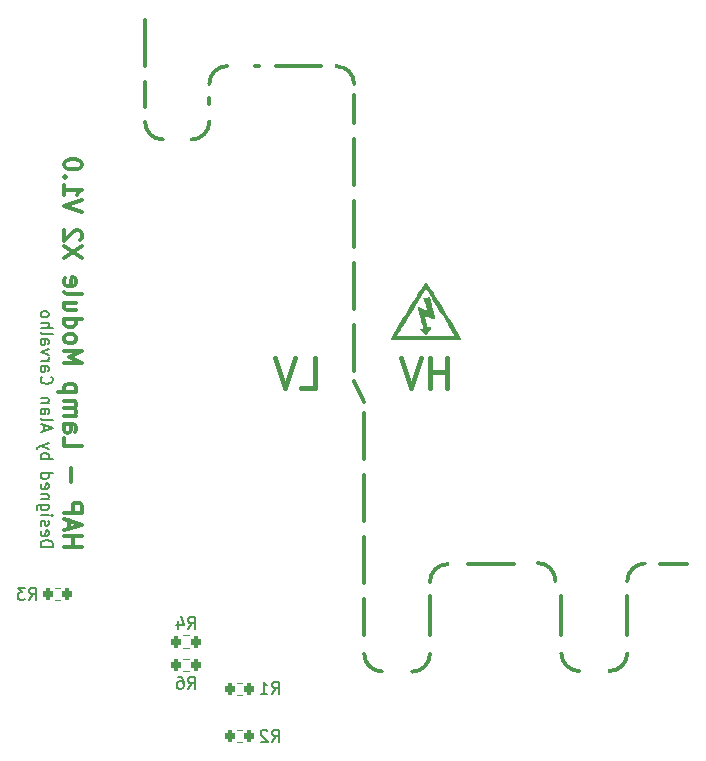
<source format=gbo>
G04 #@! TF.GenerationSoftware,KiCad,Pcbnew,7.0.8*
G04 #@! TF.CreationDate,2024-05-09T20:38:46-03:00*
G04 #@! TF.ProjectId,lamp_module_x2,6c616d70-5f6d-46f6-9475-6c655f78322e,1.1*
G04 #@! TF.SameCoordinates,Original*
G04 #@! TF.FileFunction,Legend,Bot*
G04 #@! TF.FilePolarity,Positive*
%FSLAX46Y46*%
G04 Gerber Fmt 4.6, Leading zero omitted, Abs format (unit mm)*
G04 Created by KiCad (PCBNEW 7.0.8) date 2024-05-09 20:38:46*
%MOMM*%
%LPD*%
G01*
G04 APERTURE LIST*
G04 Aperture macros list*
%AMRoundRect*
0 Rectangle with rounded corners*
0 $1 Rounding radius*
0 $2 $3 $4 $5 $6 $7 $8 $9 X,Y pos of 4 corners*
0 Add a 4 corners polygon primitive as box body*
4,1,4,$2,$3,$4,$5,$6,$7,$8,$9,$2,$3,0*
0 Add four circle primitives for the rounded corners*
1,1,$1+$1,$2,$3*
1,1,$1+$1,$4,$5*
1,1,$1+$1,$6,$7*
1,1,$1+$1,$8,$9*
0 Add four rect primitives between the rounded corners*
20,1,$1+$1,$2,$3,$4,$5,0*
20,1,$1+$1,$4,$5,$6,$7,0*
20,1,$1+$1,$6,$7,$8,$9,0*
20,1,$1+$1,$8,$9,$2,$3,0*%
G04 Aperture macros list end*
%ADD10C,0.200000*%
%ADD11C,0.300000*%
%ADD12C,0.350000*%
%ADD13C,0.400000*%
%ADD14C,0.150000*%
%ADD15C,0.120000*%
%ADD16RoundRect,0.200000X-0.200000X-0.275000X0.200000X-0.275000X0.200000X0.275000X-0.200000X0.275000X0*%
%ADD17C,3.000000*%
%ADD18C,2.600000*%
%ADD19R,2.600000X2.600000*%
%ADD20C,2.500000*%
%ADD21O,1.700000X1.700000*%
%ADD22R,1.700000X1.700000*%
%ADD23C,2.400000*%
%ADD24R,2.300000X2.000000*%
%ADD25C,2.300000*%
%ADD26R,1.500000X1.500000*%
%ADD27C,1.500000*%
%ADD28RoundRect,0.200000X0.200000X0.275000X-0.200000X0.275000X-0.200000X-0.275000X0.200000X-0.275000X0*%
G04 APERTURE END LIST*
D10*
X121798780Y-95642326D02*
X122798780Y-95642326D01*
X122798780Y-95642326D02*
X122798780Y-95404231D01*
X122798780Y-95404231D02*
X122751161Y-95261374D01*
X122751161Y-95261374D02*
X122655923Y-95166136D01*
X122655923Y-95166136D02*
X122560685Y-95118517D01*
X122560685Y-95118517D02*
X122370209Y-95070898D01*
X122370209Y-95070898D02*
X122227352Y-95070898D01*
X122227352Y-95070898D02*
X122036876Y-95118517D01*
X122036876Y-95118517D02*
X121941638Y-95166136D01*
X121941638Y-95166136D02*
X121846400Y-95261374D01*
X121846400Y-95261374D02*
X121798780Y-95404231D01*
X121798780Y-95404231D02*
X121798780Y-95642326D01*
X121846400Y-94261374D02*
X121798780Y-94356612D01*
X121798780Y-94356612D02*
X121798780Y-94547088D01*
X121798780Y-94547088D02*
X121846400Y-94642326D01*
X121846400Y-94642326D02*
X121941638Y-94689945D01*
X121941638Y-94689945D02*
X122322590Y-94689945D01*
X122322590Y-94689945D02*
X122417828Y-94642326D01*
X122417828Y-94642326D02*
X122465447Y-94547088D01*
X122465447Y-94547088D02*
X122465447Y-94356612D01*
X122465447Y-94356612D02*
X122417828Y-94261374D01*
X122417828Y-94261374D02*
X122322590Y-94213755D01*
X122322590Y-94213755D02*
X122227352Y-94213755D01*
X122227352Y-94213755D02*
X122132114Y-94689945D01*
X121846400Y-93832802D02*
X121798780Y-93737564D01*
X121798780Y-93737564D02*
X121798780Y-93547088D01*
X121798780Y-93547088D02*
X121846400Y-93451850D01*
X121846400Y-93451850D02*
X121941638Y-93404231D01*
X121941638Y-93404231D02*
X121989257Y-93404231D01*
X121989257Y-93404231D02*
X122084495Y-93451850D01*
X122084495Y-93451850D02*
X122132114Y-93547088D01*
X122132114Y-93547088D02*
X122132114Y-93689945D01*
X122132114Y-93689945D02*
X122179733Y-93785183D01*
X122179733Y-93785183D02*
X122274971Y-93832802D01*
X122274971Y-93832802D02*
X122322590Y-93832802D01*
X122322590Y-93832802D02*
X122417828Y-93785183D01*
X122417828Y-93785183D02*
X122465447Y-93689945D01*
X122465447Y-93689945D02*
X122465447Y-93547088D01*
X122465447Y-93547088D02*
X122417828Y-93451850D01*
X121798780Y-92975659D02*
X122465447Y-92975659D01*
X122798780Y-92975659D02*
X122751161Y-93023278D01*
X122751161Y-93023278D02*
X122703542Y-92975659D01*
X122703542Y-92975659D02*
X122751161Y-92928040D01*
X122751161Y-92928040D02*
X122798780Y-92975659D01*
X122798780Y-92975659D02*
X122703542Y-92975659D01*
X122465447Y-92070898D02*
X121655923Y-92070898D01*
X121655923Y-92070898D02*
X121560685Y-92118517D01*
X121560685Y-92118517D02*
X121513066Y-92166136D01*
X121513066Y-92166136D02*
X121465447Y-92261374D01*
X121465447Y-92261374D02*
X121465447Y-92404231D01*
X121465447Y-92404231D02*
X121513066Y-92499469D01*
X121846400Y-92070898D02*
X121798780Y-92166136D01*
X121798780Y-92166136D02*
X121798780Y-92356612D01*
X121798780Y-92356612D02*
X121846400Y-92451850D01*
X121846400Y-92451850D02*
X121894019Y-92499469D01*
X121894019Y-92499469D02*
X121989257Y-92547088D01*
X121989257Y-92547088D02*
X122274971Y-92547088D01*
X122274971Y-92547088D02*
X122370209Y-92499469D01*
X122370209Y-92499469D02*
X122417828Y-92451850D01*
X122417828Y-92451850D02*
X122465447Y-92356612D01*
X122465447Y-92356612D02*
X122465447Y-92166136D01*
X122465447Y-92166136D02*
X122417828Y-92070898D01*
X122465447Y-91594707D02*
X121798780Y-91594707D01*
X122370209Y-91594707D02*
X122417828Y-91547088D01*
X122417828Y-91547088D02*
X122465447Y-91451850D01*
X122465447Y-91451850D02*
X122465447Y-91308993D01*
X122465447Y-91308993D02*
X122417828Y-91213755D01*
X122417828Y-91213755D02*
X122322590Y-91166136D01*
X122322590Y-91166136D02*
X121798780Y-91166136D01*
X121846400Y-90308993D02*
X121798780Y-90404231D01*
X121798780Y-90404231D02*
X121798780Y-90594707D01*
X121798780Y-90594707D02*
X121846400Y-90689945D01*
X121846400Y-90689945D02*
X121941638Y-90737564D01*
X121941638Y-90737564D02*
X122322590Y-90737564D01*
X122322590Y-90737564D02*
X122417828Y-90689945D01*
X122417828Y-90689945D02*
X122465447Y-90594707D01*
X122465447Y-90594707D02*
X122465447Y-90404231D01*
X122465447Y-90404231D02*
X122417828Y-90308993D01*
X122417828Y-90308993D02*
X122322590Y-90261374D01*
X122322590Y-90261374D02*
X122227352Y-90261374D01*
X122227352Y-90261374D02*
X122132114Y-90737564D01*
X121798780Y-89404231D02*
X122798780Y-89404231D01*
X121846400Y-89404231D02*
X121798780Y-89499469D01*
X121798780Y-89499469D02*
X121798780Y-89689945D01*
X121798780Y-89689945D02*
X121846400Y-89785183D01*
X121846400Y-89785183D02*
X121894019Y-89832802D01*
X121894019Y-89832802D02*
X121989257Y-89880421D01*
X121989257Y-89880421D02*
X122274971Y-89880421D01*
X122274971Y-89880421D02*
X122370209Y-89832802D01*
X122370209Y-89832802D02*
X122417828Y-89785183D01*
X122417828Y-89785183D02*
X122465447Y-89689945D01*
X122465447Y-89689945D02*
X122465447Y-89499469D01*
X122465447Y-89499469D02*
X122417828Y-89404231D01*
X121798780Y-88166135D02*
X122798780Y-88166135D01*
X122417828Y-88166135D02*
X122465447Y-88070897D01*
X122465447Y-88070897D02*
X122465447Y-87880421D01*
X122465447Y-87880421D02*
X122417828Y-87785183D01*
X122417828Y-87785183D02*
X122370209Y-87737564D01*
X122370209Y-87737564D02*
X122274971Y-87689945D01*
X122274971Y-87689945D02*
X121989257Y-87689945D01*
X121989257Y-87689945D02*
X121894019Y-87737564D01*
X121894019Y-87737564D02*
X121846400Y-87785183D01*
X121846400Y-87785183D02*
X121798780Y-87880421D01*
X121798780Y-87880421D02*
X121798780Y-88070897D01*
X121798780Y-88070897D02*
X121846400Y-88166135D01*
X122465447Y-87356611D02*
X121798780Y-87118516D01*
X122465447Y-86880421D02*
X121798780Y-87118516D01*
X121798780Y-87118516D02*
X121560685Y-87213754D01*
X121560685Y-87213754D02*
X121513066Y-87261373D01*
X121513066Y-87261373D02*
X121465447Y-87356611D01*
X122084495Y-85785182D02*
X122084495Y-85308992D01*
X121798780Y-85880420D02*
X122798780Y-85547087D01*
X122798780Y-85547087D02*
X121798780Y-85213754D01*
X121798780Y-84737563D02*
X121846400Y-84832801D01*
X121846400Y-84832801D02*
X121941638Y-84880420D01*
X121941638Y-84880420D02*
X122798780Y-84880420D01*
X121798780Y-83928039D02*
X122322590Y-83928039D01*
X122322590Y-83928039D02*
X122417828Y-83975658D01*
X122417828Y-83975658D02*
X122465447Y-84070896D01*
X122465447Y-84070896D02*
X122465447Y-84261372D01*
X122465447Y-84261372D02*
X122417828Y-84356610D01*
X121846400Y-83928039D02*
X121798780Y-84023277D01*
X121798780Y-84023277D02*
X121798780Y-84261372D01*
X121798780Y-84261372D02*
X121846400Y-84356610D01*
X121846400Y-84356610D02*
X121941638Y-84404229D01*
X121941638Y-84404229D02*
X122036876Y-84404229D01*
X122036876Y-84404229D02*
X122132114Y-84356610D01*
X122132114Y-84356610D02*
X122179733Y-84261372D01*
X122179733Y-84261372D02*
X122179733Y-84023277D01*
X122179733Y-84023277D02*
X122227352Y-83928039D01*
X122465447Y-83451848D02*
X121798780Y-83451848D01*
X122370209Y-83451848D02*
X122417828Y-83404229D01*
X122417828Y-83404229D02*
X122465447Y-83308991D01*
X122465447Y-83308991D02*
X122465447Y-83166134D01*
X122465447Y-83166134D02*
X122417828Y-83070896D01*
X122417828Y-83070896D02*
X122322590Y-83023277D01*
X122322590Y-83023277D02*
X121798780Y-83023277D01*
X121894019Y-81213753D02*
X121846400Y-81261372D01*
X121846400Y-81261372D02*
X121798780Y-81404229D01*
X121798780Y-81404229D02*
X121798780Y-81499467D01*
X121798780Y-81499467D02*
X121846400Y-81642324D01*
X121846400Y-81642324D02*
X121941638Y-81737562D01*
X121941638Y-81737562D02*
X122036876Y-81785181D01*
X122036876Y-81785181D02*
X122227352Y-81832800D01*
X122227352Y-81832800D02*
X122370209Y-81832800D01*
X122370209Y-81832800D02*
X122560685Y-81785181D01*
X122560685Y-81785181D02*
X122655923Y-81737562D01*
X122655923Y-81737562D02*
X122751161Y-81642324D01*
X122751161Y-81642324D02*
X122798780Y-81499467D01*
X122798780Y-81499467D02*
X122798780Y-81404229D01*
X122798780Y-81404229D02*
X122751161Y-81261372D01*
X122751161Y-81261372D02*
X122703542Y-81213753D01*
X121798780Y-80356610D02*
X122322590Y-80356610D01*
X122322590Y-80356610D02*
X122417828Y-80404229D01*
X122417828Y-80404229D02*
X122465447Y-80499467D01*
X122465447Y-80499467D02*
X122465447Y-80689943D01*
X122465447Y-80689943D02*
X122417828Y-80785181D01*
X121846400Y-80356610D02*
X121798780Y-80451848D01*
X121798780Y-80451848D02*
X121798780Y-80689943D01*
X121798780Y-80689943D02*
X121846400Y-80785181D01*
X121846400Y-80785181D02*
X121941638Y-80832800D01*
X121941638Y-80832800D02*
X122036876Y-80832800D01*
X122036876Y-80832800D02*
X122132114Y-80785181D01*
X122132114Y-80785181D02*
X122179733Y-80689943D01*
X122179733Y-80689943D02*
X122179733Y-80451848D01*
X122179733Y-80451848D02*
X122227352Y-80356610D01*
X121798780Y-79880419D02*
X122465447Y-79880419D01*
X122274971Y-79880419D02*
X122370209Y-79832800D01*
X122370209Y-79832800D02*
X122417828Y-79785181D01*
X122417828Y-79785181D02*
X122465447Y-79689943D01*
X122465447Y-79689943D02*
X122465447Y-79594705D01*
X122465447Y-79356609D02*
X121798780Y-79118514D01*
X121798780Y-79118514D02*
X122465447Y-78880419D01*
X121798780Y-78070895D02*
X122322590Y-78070895D01*
X122322590Y-78070895D02*
X122417828Y-78118514D01*
X122417828Y-78118514D02*
X122465447Y-78213752D01*
X122465447Y-78213752D02*
X122465447Y-78404228D01*
X122465447Y-78404228D02*
X122417828Y-78499466D01*
X121846400Y-78070895D02*
X121798780Y-78166133D01*
X121798780Y-78166133D02*
X121798780Y-78404228D01*
X121798780Y-78404228D02*
X121846400Y-78499466D01*
X121846400Y-78499466D02*
X121941638Y-78547085D01*
X121941638Y-78547085D02*
X122036876Y-78547085D01*
X122036876Y-78547085D02*
X122132114Y-78499466D01*
X122132114Y-78499466D02*
X122179733Y-78404228D01*
X122179733Y-78404228D02*
X122179733Y-78166133D01*
X122179733Y-78166133D02*
X122227352Y-78070895D01*
X121798780Y-77451847D02*
X121846400Y-77547085D01*
X121846400Y-77547085D02*
X121941638Y-77594704D01*
X121941638Y-77594704D02*
X122798780Y-77594704D01*
X121798780Y-77070894D02*
X122798780Y-77070894D01*
X121798780Y-76642323D02*
X122322590Y-76642323D01*
X122322590Y-76642323D02*
X122417828Y-76689942D01*
X122417828Y-76689942D02*
X122465447Y-76785180D01*
X122465447Y-76785180D02*
X122465447Y-76928037D01*
X122465447Y-76928037D02*
X122417828Y-77023275D01*
X122417828Y-77023275D02*
X122370209Y-77070894D01*
X121798780Y-76023275D02*
X121846400Y-76118513D01*
X121846400Y-76118513D02*
X121894019Y-76166132D01*
X121894019Y-76166132D02*
X121989257Y-76213751D01*
X121989257Y-76213751D02*
X122274971Y-76213751D01*
X122274971Y-76213751D02*
X122370209Y-76166132D01*
X122370209Y-76166132D02*
X122417828Y-76118513D01*
X122417828Y-76118513D02*
X122465447Y-76023275D01*
X122465447Y-76023275D02*
X122465447Y-75880418D01*
X122465447Y-75880418D02*
X122417828Y-75785180D01*
X122417828Y-75785180D02*
X122370209Y-75737561D01*
X122370209Y-75737561D02*
X122274971Y-75689942D01*
X122274971Y-75689942D02*
X121989257Y-75689942D01*
X121989257Y-75689942D02*
X121894019Y-75737561D01*
X121894019Y-75737561D02*
X121846400Y-75785180D01*
X121846400Y-75785180D02*
X121798780Y-75880418D01*
X121798780Y-75880418D02*
X121798780Y-76023275D01*
D11*
X123781671Y-95605142D02*
X125281671Y-95605142D01*
X124567385Y-95605142D02*
X124567385Y-94747999D01*
X123781671Y-94747999D02*
X125281671Y-94747999D01*
X124210242Y-94105141D02*
X124210242Y-93390856D01*
X123781671Y-94247998D02*
X125281671Y-93747998D01*
X125281671Y-93747998D02*
X123781671Y-93247998D01*
X123781671Y-92747999D02*
X125281671Y-92747999D01*
X125281671Y-92747999D02*
X125281671Y-92176570D01*
X125281671Y-92176570D02*
X125210242Y-92033713D01*
X125210242Y-92033713D02*
X125138814Y-91962284D01*
X125138814Y-91962284D02*
X124995957Y-91890856D01*
X124995957Y-91890856D02*
X124781671Y-91890856D01*
X124781671Y-91890856D02*
X124638814Y-91962284D01*
X124638814Y-91962284D02*
X124567385Y-92033713D01*
X124567385Y-92033713D02*
X124495957Y-92176570D01*
X124495957Y-92176570D02*
X124495957Y-92747999D01*
X124353100Y-90105142D02*
X124353100Y-88962285D01*
X123781671Y-86390856D02*
X123781671Y-87105142D01*
X123781671Y-87105142D02*
X125281671Y-87105142D01*
X123781671Y-85247999D02*
X124567385Y-85247999D01*
X124567385Y-85247999D02*
X124710242Y-85319427D01*
X124710242Y-85319427D02*
X124781671Y-85462284D01*
X124781671Y-85462284D02*
X124781671Y-85747999D01*
X124781671Y-85747999D02*
X124710242Y-85890856D01*
X123853100Y-85247999D02*
X123781671Y-85390856D01*
X123781671Y-85390856D02*
X123781671Y-85747999D01*
X123781671Y-85747999D02*
X123853100Y-85890856D01*
X123853100Y-85890856D02*
X123995957Y-85962284D01*
X123995957Y-85962284D02*
X124138814Y-85962284D01*
X124138814Y-85962284D02*
X124281671Y-85890856D01*
X124281671Y-85890856D02*
X124353100Y-85747999D01*
X124353100Y-85747999D02*
X124353100Y-85390856D01*
X124353100Y-85390856D02*
X124424528Y-85247999D01*
X123781671Y-84533713D02*
X124781671Y-84533713D01*
X124638814Y-84533713D02*
X124710242Y-84462284D01*
X124710242Y-84462284D02*
X124781671Y-84319427D01*
X124781671Y-84319427D02*
X124781671Y-84105141D01*
X124781671Y-84105141D02*
X124710242Y-83962284D01*
X124710242Y-83962284D02*
X124567385Y-83890856D01*
X124567385Y-83890856D02*
X123781671Y-83890856D01*
X124567385Y-83890856D02*
X124710242Y-83819427D01*
X124710242Y-83819427D02*
X124781671Y-83676570D01*
X124781671Y-83676570D02*
X124781671Y-83462284D01*
X124781671Y-83462284D02*
X124710242Y-83319427D01*
X124710242Y-83319427D02*
X124567385Y-83247998D01*
X124567385Y-83247998D02*
X123781671Y-83247998D01*
X124781671Y-82533713D02*
X123281671Y-82533713D01*
X124710242Y-82533713D02*
X124781671Y-82390856D01*
X124781671Y-82390856D02*
X124781671Y-82105141D01*
X124781671Y-82105141D02*
X124710242Y-81962284D01*
X124710242Y-81962284D02*
X124638814Y-81890856D01*
X124638814Y-81890856D02*
X124495957Y-81819427D01*
X124495957Y-81819427D02*
X124067385Y-81819427D01*
X124067385Y-81819427D02*
X123924528Y-81890856D01*
X123924528Y-81890856D02*
X123853100Y-81962284D01*
X123853100Y-81962284D02*
X123781671Y-82105141D01*
X123781671Y-82105141D02*
X123781671Y-82390856D01*
X123781671Y-82390856D02*
X123853100Y-82533713D01*
X123781671Y-80033713D02*
X125281671Y-80033713D01*
X125281671Y-80033713D02*
X124210242Y-79533713D01*
X124210242Y-79533713D02*
X125281671Y-79033713D01*
X125281671Y-79033713D02*
X123781671Y-79033713D01*
X123781671Y-78105141D02*
X123853100Y-78247998D01*
X123853100Y-78247998D02*
X123924528Y-78319427D01*
X123924528Y-78319427D02*
X124067385Y-78390855D01*
X124067385Y-78390855D02*
X124495957Y-78390855D01*
X124495957Y-78390855D02*
X124638814Y-78319427D01*
X124638814Y-78319427D02*
X124710242Y-78247998D01*
X124710242Y-78247998D02*
X124781671Y-78105141D01*
X124781671Y-78105141D02*
X124781671Y-77890855D01*
X124781671Y-77890855D02*
X124710242Y-77747998D01*
X124710242Y-77747998D02*
X124638814Y-77676570D01*
X124638814Y-77676570D02*
X124495957Y-77605141D01*
X124495957Y-77605141D02*
X124067385Y-77605141D01*
X124067385Y-77605141D02*
X123924528Y-77676570D01*
X123924528Y-77676570D02*
X123853100Y-77747998D01*
X123853100Y-77747998D02*
X123781671Y-77890855D01*
X123781671Y-77890855D02*
X123781671Y-78105141D01*
X123781671Y-76319427D02*
X125281671Y-76319427D01*
X123853100Y-76319427D02*
X123781671Y-76462284D01*
X123781671Y-76462284D02*
X123781671Y-76747998D01*
X123781671Y-76747998D02*
X123853100Y-76890855D01*
X123853100Y-76890855D02*
X123924528Y-76962284D01*
X123924528Y-76962284D02*
X124067385Y-77033712D01*
X124067385Y-77033712D02*
X124495957Y-77033712D01*
X124495957Y-77033712D02*
X124638814Y-76962284D01*
X124638814Y-76962284D02*
X124710242Y-76890855D01*
X124710242Y-76890855D02*
X124781671Y-76747998D01*
X124781671Y-76747998D02*
X124781671Y-76462284D01*
X124781671Y-76462284D02*
X124710242Y-76319427D01*
X124781671Y-74962284D02*
X123781671Y-74962284D01*
X124781671Y-75605141D02*
X123995957Y-75605141D01*
X123995957Y-75605141D02*
X123853100Y-75533712D01*
X123853100Y-75533712D02*
X123781671Y-75390855D01*
X123781671Y-75390855D02*
X123781671Y-75176569D01*
X123781671Y-75176569D02*
X123853100Y-75033712D01*
X123853100Y-75033712D02*
X123924528Y-74962284D01*
X123781671Y-74033712D02*
X123853100Y-74176569D01*
X123853100Y-74176569D02*
X123995957Y-74247998D01*
X123995957Y-74247998D02*
X125281671Y-74247998D01*
X123853100Y-72890855D02*
X123781671Y-73033712D01*
X123781671Y-73033712D02*
X123781671Y-73319427D01*
X123781671Y-73319427D02*
X123853100Y-73462284D01*
X123853100Y-73462284D02*
X123995957Y-73533712D01*
X123995957Y-73533712D02*
X124567385Y-73533712D01*
X124567385Y-73533712D02*
X124710242Y-73462284D01*
X124710242Y-73462284D02*
X124781671Y-73319427D01*
X124781671Y-73319427D02*
X124781671Y-73033712D01*
X124781671Y-73033712D02*
X124710242Y-72890855D01*
X124710242Y-72890855D02*
X124567385Y-72819427D01*
X124567385Y-72819427D02*
X124424528Y-72819427D01*
X124424528Y-72819427D02*
X124281671Y-73533712D01*
X125281671Y-71176570D02*
X123781671Y-70176570D01*
X125281671Y-70176570D02*
X123781671Y-71176570D01*
X125138814Y-69676570D02*
X125210242Y-69605142D01*
X125210242Y-69605142D02*
X125281671Y-69462285D01*
X125281671Y-69462285D02*
X125281671Y-69105142D01*
X125281671Y-69105142D02*
X125210242Y-68962285D01*
X125210242Y-68962285D02*
X125138814Y-68890856D01*
X125138814Y-68890856D02*
X124995957Y-68819427D01*
X124995957Y-68819427D02*
X124853100Y-68819427D01*
X124853100Y-68819427D02*
X124638814Y-68890856D01*
X124638814Y-68890856D02*
X123781671Y-69747999D01*
X123781671Y-69747999D02*
X123781671Y-68819427D01*
X125281671Y-67247999D02*
X123781671Y-66747999D01*
X123781671Y-66747999D02*
X125281671Y-66247999D01*
X123781671Y-64962285D02*
X123781671Y-65819428D01*
X123781671Y-65390857D02*
X125281671Y-65390857D01*
X125281671Y-65390857D02*
X125067385Y-65533714D01*
X125067385Y-65533714D02*
X124924528Y-65676571D01*
X124924528Y-65676571D02*
X124853100Y-65819428D01*
X123924528Y-64319429D02*
X123853100Y-64248000D01*
X123853100Y-64248000D02*
X123781671Y-64319429D01*
X123781671Y-64319429D02*
X123853100Y-64390857D01*
X123853100Y-64390857D02*
X123924528Y-64319429D01*
X123924528Y-64319429D02*
X123781671Y-64319429D01*
X125281671Y-63319428D02*
X125281671Y-63176571D01*
X125281671Y-63176571D02*
X125210242Y-63033714D01*
X125210242Y-63033714D02*
X125138814Y-62962286D01*
X125138814Y-62962286D02*
X124995957Y-62890857D01*
X124995957Y-62890857D02*
X124710242Y-62819428D01*
X124710242Y-62819428D02*
X124353100Y-62819428D01*
X124353100Y-62819428D02*
X124067385Y-62890857D01*
X124067385Y-62890857D02*
X123924528Y-62962286D01*
X123924528Y-62962286D02*
X123853100Y-63033714D01*
X123853100Y-63033714D02*
X123781671Y-63176571D01*
X123781671Y-63176571D02*
X123781671Y-63319428D01*
X123781671Y-63319428D02*
X123853100Y-63462286D01*
X123853100Y-63462286D02*
X123924528Y-63533714D01*
X123924528Y-63533714D02*
X124067385Y-63605143D01*
X124067385Y-63605143D02*
X124353100Y-63676571D01*
X124353100Y-63676571D02*
X124710242Y-63676571D01*
X124710242Y-63676571D02*
X124995957Y-63605143D01*
X124995957Y-63605143D02*
X125138814Y-63533714D01*
X125138814Y-63533714D02*
X125210242Y-63462286D01*
X125210242Y-63462286D02*
X125281671Y-63319428D01*
D12*
X149148800Y-83388200D02*
X148336000Y-81610200D01*
X157988000Y-97096661D02*
X161838000Y-97096661D01*
X153254647Y-106192715D02*
G75*
G03*
X154754647Y-104692715I-1J1500001D01*
G01*
X149190647Y-104692715D02*
G75*
G03*
X150690647Y-106192715I1500001J1D01*
G01*
X149190647Y-84328000D02*
X149190647Y-88178000D01*
X149190647Y-89578000D02*
X149190647Y-93428000D01*
X149190647Y-94828000D02*
X149190647Y-98678000D01*
X149190647Y-100078000D02*
X149190647Y-103124015D01*
X156254647Y-97096661D02*
G75*
G03*
X154754647Y-98596661I21J-1500021D01*
G01*
X154754647Y-99822015D02*
X154754647Y-103124015D01*
X136075340Y-57658000D02*
X136075340Y-58166000D01*
X130624660Y-51054000D02*
X130624660Y-54904000D01*
X130624660Y-56304000D02*
X130624660Y-58420000D01*
X130624660Y-59645340D02*
G75*
G03*
X132124660Y-61145340I1500001J1D01*
G01*
X134575340Y-61145340D02*
G75*
G03*
X136075340Y-59645340I0J1500000D01*
G01*
X137575340Y-54932660D02*
G75*
G03*
X136075340Y-56432660I-1J-1499999D01*
G01*
X145542000Y-54932660D02*
X141692000Y-54932660D01*
X140292000Y-54932660D02*
X139954000Y-54932660D01*
X148336000Y-56432660D02*
G75*
G03*
X146836000Y-54932660I-1500000J0D01*
G01*
X171450000Y-99777300D02*
X171450000Y-103079300D01*
X165378000Y-98507300D02*
G75*
G03*
X163878000Y-97007300I-1500000J0D01*
G01*
X165886000Y-99777300D02*
X165886000Y-103079300D01*
X165886000Y-104648000D02*
G75*
G03*
X167386000Y-106148000I1500000J0D01*
G01*
X169950000Y-106148000D02*
G75*
G03*
X171450000Y-104648000I0J1500000D01*
G01*
X148336000Y-80727300D02*
X148336000Y-76877300D01*
X148336000Y-75477300D02*
X148336000Y-71627300D01*
X148336000Y-70227300D02*
X148336000Y-66377300D01*
X148336000Y-64977300D02*
X148336000Y-61127300D01*
X148336000Y-59727300D02*
X148336000Y-57404000D01*
X172950000Y-97051900D02*
G75*
G03*
X171450000Y-98551946I100J-1500100D01*
G01*
X174244000Y-97051946D02*
X176554000Y-97051946D01*
D13*
X143807618Y-82161747D02*
X144998094Y-82161747D01*
X144998094Y-82161747D02*
X144998094Y-79661747D01*
X143331427Y-79661747D02*
X142498094Y-82161747D01*
X142498094Y-82161747D02*
X141664761Y-79661747D01*
X156217713Y-82161747D02*
X156217713Y-79661747D01*
X156217713Y-80852223D02*
X154789142Y-80852223D01*
X154789142Y-82161747D02*
X154789142Y-79661747D01*
X153955808Y-79661747D02*
X153122475Y-82161747D01*
X153122475Y-82161747D02*
X152289142Y-79661747D01*
D14*
X134278666Y-107642819D02*
X134611999Y-107166628D01*
X134850094Y-107642819D02*
X134850094Y-106642819D01*
X134850094Y-106642819D02*
X134469142Y-106642819D01*
X134469142Y-106642819D02*
X134373904Y-106690438D01*
X134373904Y-106690438D02*
X134326285Y-106738057D01*
X134326285Y-106738057D02*
X134278666Y-106833295D01*
X134278666Y-106833295D02*
X134278666Y-106976152D01*
X134278666Y-106976152D02*
X134326285Y-107071390D01*
X134326285Y-107071390D02*
X134373904Y-107119009D01*
X134373904Y-107119009D02*
X134469142Y-107166628D01*
X134469142Y-107166628D02*
X134850094Y-107166628D01*
X133421523Y-106642819D02*
X133611999Y-106642819D01*
X133611999Y-106642819D02*
X133707237Y-106690438D01*
X133707237Y-106690438D02*
X133754856Y-106738057D01*
X133754856Y-106738057D02*
X133850094Y-106880914D01*
X133850094Y-106880914D02*
X133897713Y-107071390D01*
X133897713Y-107071390D02*
X133897713Y-107452342D01*
X133897713Y-107452342D02*
X133850094Y-107547580D01*
X133850094Y-107547580D02*
X133802475Y-107595200D01*
X133802475Y-107595200D02*
X133707237Y-107642819D01*
X133707237Y-107642819D02*
X133516761Y-107642819D01*
X133516761Y-107642819D02*
X133421523Y-107595200D01*
X133421523Y-107595200D02*
X133373904Y-107547580D01*
X133373904Y-107547580D02*
X133326285Y-107452342D01*
X133326285Y-107452342D02*
X133326285Y-107214247D01*
X133326285Y-107214247D02*
X133373904Y-107119009D01*
X133373904Y-107119009D02*
X133421523Y-107071390D01*
X133421523Y-107071390D02*
X133516761Y-107023771D01*
X133516761Y-107023771D02*
X133707237Y-107023771D01*
X133707237Y-107023771D02*
X133802475Y-107071390D01*
X133802475Y-107071390D02*
X133850094Y-107119009D01*
X133850094Y-107119009D02*
X133897713Y-107214247D01*
X134278666Y-102562819D02*
X134611999Y-102086628D01*
X134850094Y-102562819D02*
X134850094Y-101562819D01*
X134850094Y-101562819D02*
X134469142Y-101562819D01*
X134469142Y-101562819D02*
X134373904Y-101610438D01*
X134373904Y-101610438D02*
X134326285Y-101658057D01*
X134326285Y-101658057D02*
X134278666Y-101753295D01*
X134278666Y-101753295D02*
X134278666Y-101896152D01*
X134278666Y-101896152D02*
X134326285Y-101991390D01*
X134326285Y-101991390D02*
X134373904Y-102039009D01*
X134373904Y-102039009D02*
X134469142Y-102086628D01*
X134469142Y-102086628D02*
X134850094Y-102086628D01*
X133421523Y-101896152D02*
X133421523Y-102562819D01*
X133659618Y-101515200D02*
X133897713Y-102229485D01*
X133897713Y-102229485D02*
X133278666Y-102229485D01*
X141375666Y-112128163D02*
X141708999Y-111651972D01*
X141947094Y-112128163D02*
X141947094Y-111128163D01*
X141947094Y-111128163D02*
X141566142Y-111128163D01*
X141566142Y-111128163D02*
X141470904Y-111175782D01*
X141470904Y-111175782D02*
X141423285Y-111223401D01*
X141423285Y-111223401D02*
X141375666Y-111318639D01*
X141375666Y-111318639D02*
X141375666Y-111461496D01*
X141375666Y-111461496D02*
X141423285Y-111556734D01*
X141423285Y-111556734D02*
X141470904Y-111604353D01*
X141470904Y-111604353D02*
X141566142Y-111651972D01*
X141566142Y-111651972D02*
X141947094Y-111651972D01*
X140994713Y-111223401D02*
X140947094Y-111175782D01*
X140947094Y-111175782D02*
X140851856Y-111128163D01*
X140851856Y-111128163D02*
X140613761Y-111128163D01*
X140613761Y-111128163D02*
X140518523Y-111175782D01*
X140518523Y-111175782D02*
X140470904Y-111223401D01*
X140470904Y-111223401D02*
X140423285Y-111318639D01*
X140423285Y-111318639D02*
X140423285Y-111413877D01*
X140423285Y-111413877D02*
X140470904Y-111556734D01*
X140470904Y-111556734D02*
X141042332Y-112128163D01*
X141042332Y-112128163D02*
X140423285Y-112128163D01*
X120801666Y-100102671D02*
X121134999Y-99626480D01*
X121373094Y-100102671D02*
X121373094Y-99102671D01*
X121373094Y-99102671D02*
X120992142Y-99102671D01*
X120992142Y-99102671D02*
X120896904Y-99150290D01*
X120896904Y-99150290D02*
X120849285Y-99197909D01*
X120849285Y-99197909D02*
X120801666Y-99293147D01*
X120801666Y-99293147D02*
X120801666Y-99436004D01*
X120801666Y-99436004D02*
X120849285Y-99531242D01*
X120849285Y-99531242D02*
X120896904Y-99578861D01*
X120896904Y-99578861D02*
X120992142Y-99626480D01*
X120992142Y-99626480D02*
X121373094Y-99626480D01*
X120468332Y-99102671D02*
X119849285Y-99102671D01*
X119849285Y-99102671D02*
X120182618Y-99483623D01*
X120182618Y-99483623D02*
X120039761Y-99483623D01*
X120039761Y-99483623D02*
X119944523Y-99531242D01*
X119944523Y-99531242D02*
X119896904Y-99578861D01*
X119896904Y-99578861D02*
X119849285Y-99674099D01*
X119849285Y-99674099D02*
X119849285Y-99912194D01*
X119849285Y-99912194D02*
X119896904Y-100007432D01*
X119896904Y-100007432D02*
X119944523Y-100055052D01*
X119944523Y-100055052D02*
X120039761Y-100102671D01*
X120039761Y-100102671D02*
X120325475Y-100102671D01*
X120325475Y-100102671D02*
X120420713Y-100055052D01*
X120420713Y-100055052D02*
X120468332Y-100007432D01*
X141375666Y-108064167D02*
X141708999Y-107587976D01*
X141947094Y-108064167D02*
X141947094Y-107064167D01*
X141947094Y-107064167D02*
X141566142Y-107064167D01*
X141566142Y-107064167D02*
X141470904Y-107111786D01*
X141470904Y-107111786D02*
X141423285Y-107159405D01*
X141423285Y-107159405D02*
X141375666Y-107254643D01*
X141375666Y-107254643D02*
X141375666Y-107397500D01*
X141375666Y-107397500D02*
X141423285Y-107492738D01*
X141423285Y-107492738D02*
X141470904Y-107540357D01*
X141470904Y-107540357D02*
X141566142Y-107587976D01*
X141566142Y-107587976D02*
X141947094Y-107587976D01*
X140423285Y-108064167D02*
X140994713Y-108064167D01*
X140708999Y-108064167D02*
X140708999Y-107064167D01*
X140708999Y-107064167D02*
X140804237Y-107207024D01*
X140804237Y-107207024D02*
X140899475Y-107302262D01*
X140899475Y-107302262D02*
X140994713Y-107349881D01*
D15*
X133874742Y-105125346D02*
X134349258Y-105125346D01*
X133874742Y-106170346D02*
X134349258Y-106170346D01*
X133874742Y-104170348D02*
X134349258Y-104170348D01*
X133874742Y-103125348D02*
X134349258Y-103125348D01*
X138859258Y-112170346D02*
X138384742Y-112170346D01*
X138859258Y-111125346D02*
X138384742Y-111125346D01*
G36*
X154745527Y-74431697D02*
G01*
X154757418Y-74475623D01*
X154781677Y-74573090D01*
X154815983Y-74714251D01*
X154858012Y-74889262D01*
X154905444Y-75088277D01*
X154955957Y-75301450D01*
X155007227Y-75518935D01*
X155056934Y-75730887D01*
X155102755Y-75927460D01*
X155142369Y-76098808D01*
X155173453Y-76235086D01*
X155193685Y-76326449D01*
X155200744Y-76363050D01*
X155199965Y-76364076D01*
X155161319Y-76359575D01*
X155073026Y-76337727D01*
X154946996Y-76301714D01*
X154795138Y-76254717D01*
X154776086Y-76248633D01*
X154623290Y-76200526D01*
X154495133Y-76161346D01*
X154404566Y-76134985D01*
X154364538Y-76125334D01*
X154360782Y-76129965D01*
X154360944Y-76180829D01*
X154374038Y-76275922D01*
X154398237Y-76400334D01*
X154401458Y-76415172D01*
X154436212Y-76576671D01*
X154470735Y-76739217D01*
X154497998Y-76869725D01*
X154537997Y-77064117D01*
X154705959Y-77041047D01*
X154761771Y-77034683D01*
X154839825Y-77034202D01*
X154861568Y-77050247D01*
X154848227Y-77076081D01*
X154805801Y-77150552D01*
X154742343Y-77258551D01*
X154665640Y-77386702D01*
X154605308Y-77486468D01*
X154540946Y-77592347D01*
X154496620Y-77664589D01*
X154479507Y-77691443D01*
X154475500Y-77690600D01*
X154432970Y-77664162D01*
X154356833Y-77608384D01*
X154259475Y-77533230D01*
X154153283Y-77448664D01*
X154050642Y-77364649D01*
X153963940Y-77291149D01*
X153905561Y-77238126D01*
X153887893Y-77215546D01*
X153899351Y-77210763D01*
X153964455Y-77193891D01*
X154058804Y-77175861D01*
X154093203Y-77169240D01*
X154168545Y-77143411D01*
X154189282Y-77113683D01*
X154185813Y-77103655D01*
X154159826Y-77020195D01*
X154122446Y-76891482D01*
X154076328Y-76727470D01*
X154024132Y-76538115D01*
X153968513Y-76333369D01*
X153912129Y-76123187D01*
X153857638Y-75917523D01*
X153807695Y-75726332D01*
X153764960Y-75559567D01*
X153732088Y-75427182D01*
X153711738Y-75339133D01*
X153706565Y-75305372D01*
X153710184Y-75304546D01*
X153758714Y-75317537D01*
X153853120Y-75353043D01*
X153981758Y-75406481D01*
X154132987Y-75473267D01*
X154172672Y-75491241D01*
X154318448Y-75556897D01*
X154437755Y-75610061D01*
X154519174Y-75645672D01*
X154551283Y-75658667D01*
X154547618Y-75640481D01*
X154526351Y-75568738D01*
X154489471Y-75452109D01*
X154440244Y-75300880D01*
X154381935Y-75125334D01*
X154203185Y-74592000D01*
X154356164Y-74592000D01*
X154373734Y-74591810D01*
X154507056Y-74570511D01*
X154622961Y-74505301D01*
X154653889Y-74482404D01*
X154716318Y-74441198D01*
X154744930Y-74430301D01*
X154745527Y-74431697D01*
G37*
G36*
X157293764Y-77837322D02*
G01*
X157344188Y-77928074D01*
X157362893Y-77967305D01*
X157361781Y-78040386D01*
X157335557Y-78108972D01*
X157324551Y-78116606D01*
X157298512Y-78124485D01*
X157254385Y-78131336D01*
X157188115Y-78137230D01*
X157095646Y-78142234D01*
X156972922Y-78146419D01*
X156815888Y-78149853D01*
X156620489Y-78152606D01*
X156382669Y-78154745D01*
X156098372Y-78156341D01*
X155763544Y-78157462D01*
X155374128Y-78158177D01*
X154926069Y-78158556D01*
X154415312Y-78158667D01*
X154265281Y-78158675D01*
X153769001Y-78158759D01*
X153334323Y-78158733D01*
X152957219Y-78158335D01*
X152633662Y-78157304D01*
X152359624Y-78155379D01*
X152131078Y-78152297D01*
X151943996Y-78147797D01*
X151794349Y-78141618D01*
X151678112Y-78133499D01*
X151591255Y-78123177D01*
X151529750Y-78110392D01*
X151489572Y-78094882D01*
X151466691Y-78076386D01*
X151457080Y-78054641D01*
X151456711Y-78029388D01*
X151461557Y-78000363D01*
X151467590Y-77967305D01*
X151485678Y-77929179D01*
X151535566Y-77839247D01*
X151562773Y-77792000D01*
X151954415Y-77792000D01*
X154415312Y-77792000D01*
X156876209Y-77792000D01*
X156827664Y-77717000D01*
X156825018Y-77712851D01*
X156791893Y-77659584D01*
X156728192Y-77556327D01*
X156637443Y-77408822D01*
X156523173Y-77222816D01*
X156388910Y-77004053D01*
X156238181Y-76758277D01*
X156074515Y-76491233D01*
X155901439Y-76208667D01*
X155730657Y-75929780D01*
X155546702Y-75629412D01*
X155367738Y-75337226D01*
X155198737Y-75061336D01*
X155044671Y-74809860D01*
X154910512Y-74590912D01*
X154801233Y-74412610D01*
X154721804Y-74283068D01*
X154637354Y-74147818D01*
X154547125Y-74009210D01*
X154473100Y-73902027D01*
X154421267Y-73834885D01*
X154397609Y-73816401D01*
X154382389Y-73838640D01*
X154336450Y-73910858D01*
X154266813Y-74022675D01*
X154179660Y-74164148D01*
X154081173Y-74325334D01*
X154073143Y-74338525D01*
X153971507Y-74505283D01*
X153848791Y-74706329D01*
X153708721Y-74935585D01*
X153555020Y-75186972D01*
X153391414Y-75454410D01*
X153221626Y-75731821D01*
X153049382Y-76013125D01*
X152878405Y-76292243D01*
X152712420Y-76563096D01*
X152555153Y-76819604D01*
X152410327Y-77055690D01*
X152281666Y-77265273D01*
X152172897Y-77442275D01*
X152087742Y-77580616D01*
X152029927Y-77674217D01*
X152003175Y-77717000D01*
X151954415Y-77792000D01*
X151562773Y-77792000D01*
X151614023Y-77703000D01*
X151717839Y-77525733D01*
X151843807Y-77312741D01*
X151988720Y-77069319D01*
X152149369Y-76800761D01*
X152322547Y-76512364D01*
X152505047Y-76209422D01*
X152693660Y-75897229D01*
X152885179Y-75581082D01*
X153076395Y-75266275D01*
X153264102Y-74958104D01*
X153445091Y-74661862D01*
X153616155Y-74382846D01*
X153774086Y-74126350D01*
X153915676Y-73897669D01*
X154037717Y-73702099D01*
X154137002Y-73544934D01*
X154210323Y-73431469D01*
X154254472Y-73367000D01*
X154329662Y-73290462D01*
X154415312Y-73258667D01*
X154489984Y-73283085D01*
X154575920Y-73367000D01*
X154618919Y-73429800D01*
X154691780Y-73542528D01*
X154790658Y-73699039D01*
X154912346Y-73894039D01*
X155053637Y-74122232D01*
X155211323Y-74378324D01*
X155382197Y-74657021D01*
X155563052Y-74953028D01*
X155750678Y-75261051D01*
X155941870Y-75575794D01*
X156133418Y-75891964D01*
X156322117Y-76204266D01*
X156504758Y-76507404D01*
X156678133Y-76796086D01*
X156839035Y-77065015D01*
X156984257Y-77308898D01*
X157110591Y-77522440D01*
X157214829Y-77700346D01*
X157267646Y-77792000D01*
X157293764Y-77837322D01*
G37*
X123459258Y-100170352D02*
X122984742Y-100170352D01*
X123459258Y-99125352D02*
X122984742Y-99125352D01*
X138859258Y-108170353D02*
X138384742Y-108170353D01*
X138859258Y-107125353D02*
X138384742Y-107125353D01*
%LPC*%
D16*
X133287000Y-105647846D03*
X134937000Y-105647846D03*
D17*
X168656000Y-104062001D03*
X162656000Y-89862001D03*
X174656000Y-89862001D03*
X174656000Y-102062001D03*
X162656000Y-102062001D03*
D18*
X123190000Y-58121300D03*
X128270000Y-58121300D03*
D19*
X133350000Y-58121300D03*
D20*
X116840000Y-53918154D03*
D21*
X117373000Y-84328000D03*
X117373000Y-81788000D03*
D22*
X117373000Y-79248000D03*
D20*
X173840000Y-110918153D03*
D17*
X152139000Y-104062000D03*
X146139000Y-89862000D03*
X158139000Y-89862000D03*
X158139000Y-102062000D03*
X146139000Y-102062000D03*
D18*
X140716000Y-58121300D03*
X145796000Y-58121300D03*
D19*
X150876000Y-58121300D03*
D21*
X117348000Y-105156000D03*
X117348000Y-102616000D03*
X117348000Y-100076000D03*
X117348000Y-97536000D03*
X117348000Y-94996000D03*
D22*
X117348000Y-92456000D03*
D19*
X164084000Y-58121300D03*
D18*
X159004000Y-58121300D03*
D23*
X168934000Y-82131300D03*
X168934000Y-67131300D03*
D24*
X161652500Y-77131300D03*
D25*
X161652500Y-72131300D03*
X132252500Y-82331300D03*
X132252500Y-66931300D03*
D20*
X116840000Y-110918154D03*
X173840000Y-53918100D03*
D26*
X169204000Y-62960000D03*
D27*
X169204000Y-60960000D03*
X169204000Y-58960000D03*
X174204000Y-62960000D03*
X174204000Y-60960000D03*
X174204000Y-58960000D03*
D16*
X134937000Y-103647848D03*
X133287000Y-103647848D03*
D28*
X139447000Y-111647846D03*
X137797000Y-111647846D03*
X124047000Y-99647852D03*
X122397000Y-99647852D03*
X139447000Y-107647853D03*
X137797000Y-107647853D03*
%LPD*%
M02*

</source>
